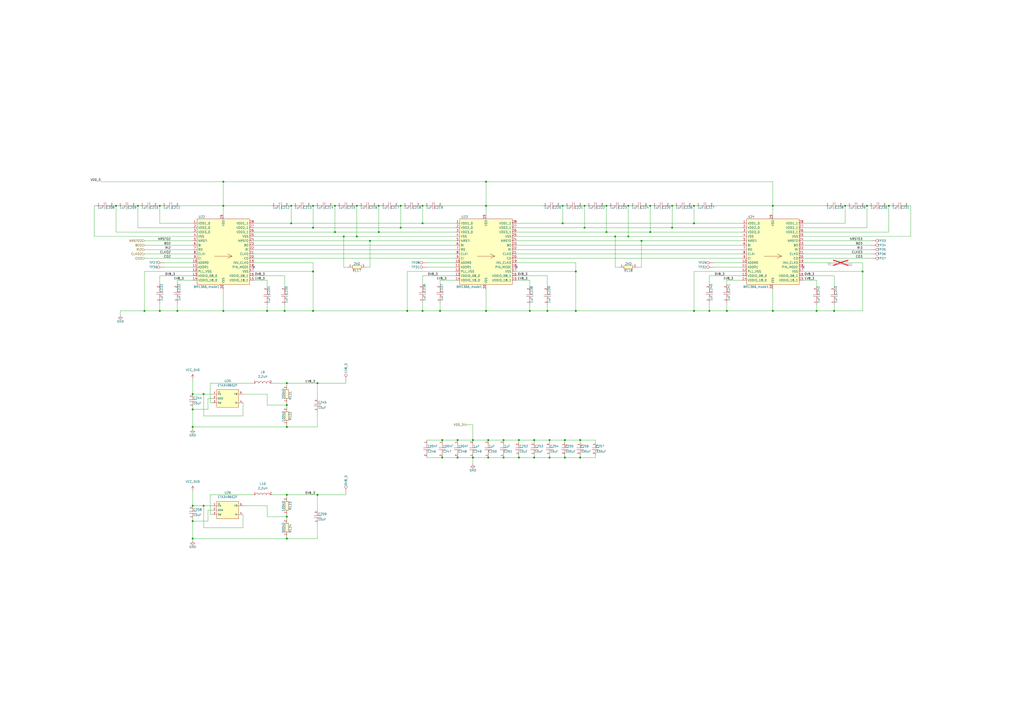
<source format=kicad_sch>
(kicad_sch (version 20250114) (generator "eeschema") (generator_version "9.0")
  (paper "A2")
  (junction (at 118.11 228.6))
  (junction (at 281.94 119.38))
  (junction (at 274.32 255.27))
  (junction (at 219.71 119.38))
  (junction (at 67.31 119.38))
  (junction (at 207.01 119.38))
  (junction (at 166.37 234.95))
  (junction (at 168.91 119.38))
  (junction (at 168.91 129.54))
  (junction (at 166.37 312.42))
  (junction (at 483.87 180.34))
  (junction (at 194.31 119.38))
  (junction (at 326.39 119.38))
  (junction (at 219.71 134.62))
  (junction (at 336.55 265.43))
  (junction (at 166.37 299.72))
  (junction (at 300.99 255.27))
  (junction (at 351.79 134.62))
  (junction (at 181.61 157.48))
  (junction (at 292.1 255.27))
  (junction (at 389.89 119.38))
  (junction (at 339.09 132.08))
  (junction (at 255.27 180.34))
  (junction (at 339.09 119.38))
  (junction (at 326.39 129.54))
  (junction (at 281.94 180.34))
  (junction (at 402.59 129.54))
  (junction (at 502.92 119.38))
  (junction (at 111.76 237.49))
  (junction (at 245.11 129.54))
  (junction (at 236.22 180.34))
  (junction (at 166.37 287.02))
  (junction (at 83.82 180.34))
  (junction (at 166.37 247.65))
  (junction (at 129.54 119.38))
  (junction (at 256.54 265.43))
  (junction (at 327.66 265.43))
  (junction (at 281.94 105.41))
  (junction (at 92.71 180.34))
  (junction (at 111.76 228.6))
  (junction (at 181.61 132.08))
  (junction (at 317.5 180.34))
  (junction (at 448.31 119.38))
  (junction (at 184.15 287.02))
  (junction (at 111.76 302.26))
  (junction (at 364.49 137.16))
  (junction (at 111.76 293.37))
  (junction (at 377.19 134.62))
  (junction (at 265.43 255.27))
  (junction (at 411.48 180.34))
  (junction (at 118.11 293.37))
  (junction (at 199.39 137.16))
  (junction (at 274.32 265.43))
  (junction (at 356.87 137.16))
  (junction (at 232.41 132.08))
  (junction (at 448.31 180.34))
  (junction (at 207.01 137.16))
  (junction (at 351.79 119.38))
  (junction (at 318.77 265.43))
  (junction (at 377.19 119.38))
  (junction (at 111.76 247.65))
  (junction (at 184.15 222.25))
  (junction (at 129.54 180.34))
  (junction (at 194.31 134.62))
  (junction (at 256.54 255.27))
  (junction (at 402.59 119.38))
  (junction (at 334.01 180.34))
  (junction (at 80.01 119.38))
  (junction (at 181.61 180.34))
  (junction (at 309.88 265.43))
  (junction (at 165.1 180.34))
  (junction (at 421.64 180.34))
  (junction (at 300.99 265.43))
  (junction (at 181.61 119.38))
  (junction (at 307.34 180.34))
  (junction (at 214.63 139.7))
  (junction (at 327.66 255.27))
  (junction (at 402.59 180.34))
  (junction (at 283.21 265.43))
  (junction (at 473.71 180.34))
  (junction (at 111.76 312.42))
  (junction (at 309.88 255.27))
  (junction (at 232.41 119.38))
  (junction (at 336.55 255.27))
  (junction (at 283.21 255.27))
  (junction (at 245.11 180.34))
  (junction (at 500.38 157.48))
  (junction (at 154.94 180.34))
  (junction (at 334.01 157.48))
  (junction (at 292.1 265.43))
  (junction (at 265.43 265.43))
  (junction (at 372.11 139.7))
  (junction (at 102.87 180.34))
  (junction (at 245.11 119.38))
  (junction (at 389.89 132.08))
  (junction (at 490.22 119.38))
  (junction (at 364.49 119.38))
  (junction (at 166.37 222.25))
  (junction (at 318.77 255.27))
  (junction (at 129.54 105.41))
  (junction (at 515.62 119.38))
  (junction (at 92.71 119.38))
  (no_connect (at 147.32 154.94))
  (no_connect (at 466.09 154.94))
  (no_connect (at 299.72 154.94))
  (wire (pts (xy 351.79 134.62) (xy 351.79 119.38)))
  (wire (pts (xy 274.32 265.43) (xy 283.21 265.43)))
  (wire (pts (xy 501.65 119.38) (xy 502.92 119.38)))
  (wire (pts (xy 166.37 222.25) (xy 166.37 223.52)))
  (wire (pts (xy 184.15 222.25) (xy 200.66 222.25)))
  (wire (pts (xy 111.76 302.26) (xy 111.76 312.42)))
  (wire (pts (xy 154.94 299.72) (xy 166.37 299.72)))
  (wire (pts (xy 111.76 247.65) (xy 111.76 248.92)))
  (wire (pts (xy 448.31 119.38) (xy 478.79 119.38)))
  (wire (pts (xy 283.21 255.27) (xy 292.1 255.27)))
  (wire (pts (xy 166.37 287.02) (xy 184.15 287.02)))
  (wire (pts (xy 58.42 105.41) (xy 129.54 105.41)))
  (wire (pts (xy 317.5 176.53) (xy 317.5 180.34)))
  (wire (pts (xy 345.44 255.27) (xy 345.44 256.54)))
  (wire (pts (xy 466.09 152.4) (xy 482.6 152.4)))
  (wire (pts (xy 317.5 160.02) (xy 299.72 160.02)))
  (wire (pts (xy 327.66 264.16) (xy 327.66 265.43)))
  (wire (pts (xy 389.89 132.08) (xy 389.89 119.38)))
  (wire (pts (xy 281.94 119.38) (xy 281.94 124.46)))
  (wire (pts (xy 184.15 287.02) (xy 200.66 287.02)))
  (wire (pts (xy 334.01 180.34) (xy 402.59 180.34)))
  (wire (pts (xy 157.48 287.02) (xy 166.37 287.02)))
  (wire (pts (xy 326.39 119.38) (xy 327.66 119.38)))
  (wire (pts (xy 120.65 302.26) (xy 111.76 302.26)))
  (wire (pts (xy 414.02 119.38) (xy 448.31 119.38)))
  (wire (pts (xy 147.32 149.86) (xy 264.16 149.86)))
  (wire (pts (xy 414.02 152.4) (xy 430.53 152.4)))
  (wire (pts (xy 120.65 231.14) (xy 120.65 237.49)))
  (wire (pts (xy 184.15 238.76) (xy 184.15 247.65)))
  (wire (pts (xy 528.32 137.16) (xy 528.32 119.38)))
  (wire (pts (xy 69.85 180.34) (xy 83.82 180.34)))
  (wire (pts (xy 83.82 144.78) (xy 111.76 144.78)))
  (wire (pts (xy 309.88 255.27) (xy 309.88 256.54)))
  (wire (pts (xy 154.94 176.53) (xy 154.94 180.34)))
  (wire (pts (xy 165.1 180.34) (xy 181.61 180.34)))
  (wire (pts (xy 339.09 132.08) (xy 389.89 132.08)))
  (wire (pts (xy 184.15 247.65) (xy 166.37 247.65)))
  (wire (pts (xy 245.11 119.38) (xy 246.38 119.38)))
  (wire (pts (xy 448.31 167.64) (xy 448.31 180.34)))
  (wire (pts (xy 194.31 119.38) (xy 195.58 119.38)))
  (wire (pts (xy 95.25 152.4) (xy 111.76 152.4)))
  (wire (pts (xy 245.11 165.1) (xy 245.11 160.02)))
  (wire (pts (xy 118.11 293.37) (xy 123.19 293.37)))
  (wire (pts (xy 68.58 119.38) (xy 67.31 119.38)))
  (wire (pts (xy 214.63 154.94) (xy 214.63 139.7)))
  (wire (pts (xy 466.09 149.86) (xy 505.46 149.86)))
  (wire (pts (xy 236.22 157.48) (xy 236.22 180.34)))
  (wire (pts (xy 140.97 228.6) (xy 154.94 228.6)))
  (wire (pts (xy 232.41 119.38) (xy 233.68 119.38)))
  (wire (pts (xy 207.01 137.16) (xy 264.16 137.16)))
  (wire (pts (xy 402.59 157.48) (xy 430.53 157.48)))
  (wire (pts (xy 147.32 137.16) (xy 199.39 137.16)))
  (wire (pts (xy 401.32 119.38) (xy 402.59 119.38)))
  (wire (pts (xy 500.38 157.48) (xy 500.38 180.34)))
  (wire (pts (xy 488.95 119.38) (xy 490.22 119.38)))
  (wire (pts (xy 95.25 154.94) (xy 111.76 154.94)))
  (wire (pts (xy 123.19 295.91) (xy 120.65 295.91)))
  (wire (pts (xy 364.49 137.16) (xy 364.49 119.38)))
  (wire (pts (xy 281.94 119.38) (xy 314.96 119.38)))
  (wire (pts (xy 129.54 180.34) (xy 102.87 180.34)))
  (wire (pts (xy 356.87 137.16) (xy 364.49 137.16)))
  (wire (pts (xy 147.32 132.08) (xy 181.61 132.08)))
  (wire (pts (xy 466.09 137.16) (xy 528.32 137.16)))
  (wire (pts (xy 207.01 119.38) (xy 205.74 119.38)))
  (wire (pts (xy 147.32 139.7) (xy 214.63 139.7)))
  (wire (pts (xy 309.88 265.43) (xy 318.77 265.43)))
  (wire (pts (xy 327.66 255.27) (xy 336.55 255.27)))
  (wire (pts (xy 502.92 119.38) (xy 504.19 119.38)))
  (wire (pts (xy 199.39 154.94) (xy 199.39 137.16)))
  (wire (pts (xy 102.87 162.56) (xy 111.76 162.56)))
  (wire (pts (xy 402.59 180.34) (xy 411.48 180.34)))
  (wire (pts (xy 317.5 180.34) (xy 307.34 180.34)))
  (wire (pts (xy 194.31 134.62) (xy 219.71 134.62)))
  (wire (pts (xy 147.32 287.02) (xy 121.92 287.02)))
  (wire (pts (xy 336.55 265.43) (xy 345.44 265.43)))
  (wire (pts (xy 111.76 247.65) (xy 166.37 247.65)))
  (wire (pts (xy 201.93 154.94) (xy 199.39 154.94)))
  (wire (pts (xy 207.01 137.16) (xy 207.01 119.38)))
  (wire (pts (xy 365.76 119.38) (xy 364.49 119.38)))
  (wire (pts (xy 147.32 152.4) (xy 181.61 152.4)))
  (wire (pts (xy 243.84 119.38) (xy 245.11 119.38)))
  (wire (pts (xy 369.57 154.94) (xy 372.11 154.94)))
  (wire (pts (xy 490.22 119.38) (xy 490.22 129.54)))
  (wire (pts (xy 181.61 132.08) (xy 232.41 132.08)))
  (wire (pts (xy 69.85 182.88) (xy 69.85 180.34)))
  (wire (pts (xy 334.01 152.4) (xy 334.01 157.48)))
  (wire (pts (xy 92.71 129.54) (xy 92.71 119.38)))
  (wire (pts (xy 181.61 132.08) (xy 181.61 119.38)))
  (wire (pts (xy 165.1 160.02) (xy 147.32 160.02)))
  (wire (pts (xy 140.97 241.3) (xy 118.11 241.3)))
  (wire (pts (xy 212.09 154.94) (xy 214.63 154.94)))
  (wire (pts (xy 300.99 255.27) (xy 309.88 255.27)))
  (wire (pts (xy 214.63 139.7) (xy 264.16 139.7)))
  (wire (pts (xy 351.79 119.38) (xy 353.06 119.38)))
  (wire (pts (xy 327.66 265.43) (xy 336.55 265.43)))
  (wire (pts (xy 118.11 293.37) (xy 118.11 306.07)))
  (wire (pts (xy 411.48 175.26) (xy 411.48 180.34)))
  (wire (pts (xy 245.11 160.02) (xy 264.16 160.02)))
  (wire (pts (xy 67.31 134.62) (xy 67.31 119.38)))
  (wire (pts (xy 411.48 160.02) (xy 430.53 160.02)))
  (wire (pts (xy 92.71 165.1) (xy 92.71 160.02)))
  (wire (pts (xy 448.31 180.34) (xy 421.64 180.34)))
  (wire (pts (xy 299.72 147.32) (xy 430.53 147.32)))
  (wire (pts (xy 111.76 312.42) (xy 111.76 313.69)))
  (wire (pts (xy 414.02 154.94) (xy 430.53 154.94)))
  (wire (pts (xy 466.09 157.48) (xy 500.38 157.48)))
  (wire (pts (xy 154.94 228.6) (xy 154.94 234.95)))
  (wire (pts (xy 292.1 265.43) (xy 300.99 265.43)))
  (wire (pts (xy 104.14 119.38) (xy 129.54 119.38)))
  (wire (pts (xy 121.92 222.25) (xy 121.92 233.68)))
  (wire (pts (xy 218.44 119.38) (xy 219.71 119.38)))
  (wire (pts (xy 165.1 176.53) (xy 165.1 180.34)))
  (wire (pts (xy 83.82 147.32) (xy 111.76 147.32)))
  (wire (pts (xy 83.82 180.34) (xy 92.71 180.34)))
  (wire (pts (xy 448.31 105.41) (xy 448.31 119.38)))
  (wire (pts (xy 350.52 119.38) (xy 351.79 119.38)))
  (wire (pts (xy 515.62 134.62) (xy 515.62 119.38)))
  (wire (pts (xy 166.37 312.42) (xy 166.37 311.15)))
  (wire (pts (xy 299.72 149.86) (xy 430.53 149.86)))
  (wire (pts (xy 80.01 119.38) (xy 78.74 119.38)))
  (wire (pts (xy 111.76 157.48) (xy 83.82 157.48)))
  (wire (pts (xy 219.71 119.38) (xy 220.98 119.38)))
  (wire (pts (xy 219.71 134.62) (xy 264.16 134.62)))
  (wire (pts (xy 299.72 157.48) (xy 334.01 157.48)))
  (wire (pts (xy 339.09 119.38) (xy 339.09 132.08)))
  (wire (pts (xy 421.64 165.1) (xy 421.64 162.56)))
  (wire (pts (xy 265.43 255.27) (xy 274.32 255.27)))
  (wire (pts (xy 473.71 180.34) (xy 448.31 180.34)))
  (wire (pts (xy 167.64 119.38) (xy 168.91 119.38)))
  (wire (pts (xy 351.79 134.62) (xy 377.19 134.62)))
  (wire (pts (xy 473.71 162.56) (xy 466.09 162.56)))
  (wire (pts (xy 334.01 180.34) (xy 317.5 180.34)))
  (wire (pts (xy 247.65 265.43) (xy 256.54 265.43)))
  (wire (pts (xy 483.87 160.02) (xy 466.09 160.02)))
  (wire (pts (xy 165.1 166.37) (xy 165.1 160.02)))
  (wire (pts (xy 166.37 233.68) (xy 166.37 234.95)))
  (wire (pts (xy 500.38 152.4) (xy 500.38 157.48)))
  (wire (pts (xy 184.15 303.53) (xy 184.15 312.42)))
  (wire (pts (xy 466.09 144.78) (xy 505.46 144.78)))
  (wire (pts (xy 147.32 134.62) (xy 194.31 134.62)))
  (wire (pts (xy 483.87 176.53) (xy 483.87 180.34)))
  (wire (pts (xy 336.55 255.27) (xy 345.44 255.27)))
  (wire (pts (xy 54.61 119.38) (xy 54.61 137.16)))
  (wire (pts (xy 184.15 312.42) (xy 166.37 312.42)))
  (wire (pts (xy 166.37 247.65) (xy 166.37 246.38)))
  (wire (pts (xy 337.82 119.38) (xy 339.09 119.38)))
  (wire (pts (xy 81.28 119.38) (xy 80.01 119.38)))
  (wire (pts (xy 181.61 157.48) (xy 181.61 180.34)))
  (wire (pts (xy 129.54 105.41) (xy 129.54 119.38)))
  (wire (pts (xy 430.53 129.54) (xy 402.59 129.54)))
  (wire (pts (xy 490.22 129.54) (xy 466.09 129.54)))
  (wire (pts (xy 102.87 180.34) (xy 92.71 180.34)))
  (wire (pts (xy 245.11 129.54) (xy 264.16 129.54)))
  (wire (pts (xy 118.11 228.6) (xy 123.19 228.6)))
  (wire (pts (xy 200.66 285.75) (xy 200.66 287.02)))
  (wire (pts (xy 154.94 162.56) (xy 147.32 162.56)))
  (wire (pts (xy 336.55 264.16) (xy 336.55 265.43)))
  (wire (pts (xy 299.72 137.16) (xy 356.87 137.16)))
  (wire (pts (xy 83.82 139.7) (xy 111.76 139.7)))
  (wire (pts (xy 147.32 129.54) (xy 168.91 129.54)))
  (wire (pts (xy 147.32 144.78) (xy 264.16 144.78)))
  (wire (pts (xy 255.27 180.34) (xy 245.11 180.34)))
  (wire (pts (xy 157.48 222.25) (xy 166.37 222.25)))
  (wire (pts (xy 102.87 165.1) (xy 102.87 162.56)))
  (wire (pts (xy 265.43 265.43) (xy 274.32 265.43)))
  (wire (pts (xy 483.87 166.37) (xy 483.87 160.02)))
  (wire (pts (xy 528.32 119.38) (xy 527.05 119.38)))
  (wire (pts (xy 247.65 255.27) (xy 256.54 255.27)))
  (wire (pts (xy 236.22 157.48) (xy 264.16 157.48)))
  (wire (pts (xy 483.87 180.34) (xy 473.71 180.34)))
  (wire (pts (xy 292.1 255.27) (xy 300.99 255.27)))
  (wire (pts (xy 154.94 234.95) (xy 166.37 234.95)))
  (wire (pts (xy 270.51 246.38) (xy 274.32 246.38)))
  (wire (pts (xy 318.77 255.27) (xy 327.66 255.27)))
  (wire (pts (xy 345.44 264.16) (xy 345.44 265.43)))
  (wire (pts (xy 166.37 234.95) (xy 166.37 236.22)))
  (wire (pts (xy 421.64 162.56) (xy 430.53 162.56)))
  (wire (pts (xy 111.76 132.08) (xy 80.01 132.08)))
  (wire (pts (xy 281.94 180.34) (xy 255.27 180.34)))
  (wire (pts (xy 274.32 269.24) (xy 274.32 265.43)))
  (wire (pts (xy 120.65 295.91) (xy 120.65 302.26)))
  (wire (pts (xy 129.54 119.38) (xy 157.48 119.38)))
  (wire (pts (xy 111.76 228.6) (xy 118.11 228.6)))
  (wire (pts (xy 430.53 134.62) (xy 377.19 134.62)))
  (wire (pts (xy 184.15 222.25) (xy 184.15 231.14)))
  (wire (pts (xy 123.19 231.14) (xy 120.65 231.14)))
  (wire (pts (xy 147.32 147.32) (xy 264.16 147.32)))
  (wire (pts (xy 473.71 176.53) (xy 473.71 180.34)))
  (wire (pts (xy 166.37 222.25) (xy 184.15 222.25)))
  (wire (pts (xy 281.94 105.41) (xy 281.94 119.38)))
  (wire (pts (xy 281.94 105.41) (xy 448.31 105.41)))
  (wire (pts (xy 309.88 255.27) (xy 318.77 255.27)))
  (wire (pts (xy 339.09 119.38) (xy 340.36 119.38)))
  (wire (pts (xy 274.32 246.38) (xy 274.32 255.27)))
  (wire (pts (xy 140.97 233.68) (xy 140.97 241.3)))
  (wire (pts (xy 231.14 119.38) (xy 232.41 119.38)))
  (wire (pts (xy 389.89 119.38) (xy 391.16 119.38)))
  (wire (pts (xy 300.99 265.43) (xy 309.88 265.43)))
  (wire (pts (xy 154.94 180.34) (xy 129.54 180.34)))
  (wire (pts (xy 166.37 287.02) (xy 166.37 288.29)))
  (wire (pts (xy 318.77 264.16) (xy 318.77 265.43)))
  (wire (pts (xy 111.76 237.49) (xy 111.76 247.65)))
  (wire (pts (xy 300.99 255.27) (xy 300.99 256.54)))
  (wire (pts (xy 245.11 175.26) (xy 245.11 180.34)))
  (wire (pts (xy 83.82 157.48) (xy 83.82 180.34)))
  (wire (pts (xy 283.21 265.43) (xy 292.1 265.43)))
  (wire (pts (xy 466.09 139.7) (xy 505.46 139.7)))
  (wire (pts (xy 307.34 166.37) (xy 307.34 162.56)))
  (wire (pts (xy 208.28 119.38) (xy 207.01 119.38)))
  (wire (pts (xy 299.72 134.62) (xy 351.79 134.62)))
  (wire (pts (xy 411.48 165.1) (xy 411.48 160.02)))
  (wire (pts (xy 515.62 119.38) (xy 516.89 119.38)))
  (wire (pts (xy 181.61 119.38) (xy 182.88 119.38)))
  (wire (pts (xy 299.72 142.24) (xy 430.53 142.24)))
  (wire (pts (xy 181.61 180.34) (xy 236.22 180.34)))
  (wire (pts (xy 307.34 176.53) (xy 307.34 180.34)))
  (wire (pts (xy 219.71 119.38) (xy 219.71 134.62)))
  (wire (pts (xy 129.54 167.64) (xy 129.54 180.34)))
  (wire (pts (xy 325.12 119.38) (xy 326.39 119.38)))
  (wire (pts (xy 492.76 152.4) (xy 500.38 152.4)))
  (wire (pts (xy 514.35 119.38) (xy 515.62 119.38)))
  (wire (pts (xy 67.31 119.38) (xy 66.04 119.38)))
  (wire (pts (xy 402.59 119.38) (xy 403.86 119.38)))
  (wire (pts (xy 402.59 129.54) (xy 402.59 119.38)))
  (wire (pts (xy 165.1 180.34) (xy 154.94 180.34)))
  (wire (pts (xy 232.41 132.08) (xy 264.16 132.08)))
  (wire (pts (xy 473.71 166.37) (xy 473.71 162.56)))
  (wire (pts (xy 377.19 119.38) (xy 378.46 119.38)))
  (wire (pts (xy 55.88 119.38) (xy 54.61 119.38)))
  (wire (pts (xy 92.71 119.38) (xy 91.44 119.38)))
  (wire (pts (xy 111.76 293.37) (xy 118.11 293.37)))
  (wire (pts (xy 193.04 119.38) (xy 194.31 119.38)))
  (wire (pts (xy 129.54 105.41) (xy 281.94 105.41)))
  (wire (pts (xy 140.97 293.37) (xy 154.94 293.37)))
  (wire (pts (xy 307.34 162.56) (xy 299.72 162.56)))
  (wire (pts (xy 245.11 119.38) (xy 245.11 129.54)))
  (wire (pts (xy 194.31 134.62) (xy 194.31 119.38)))
  (wire (pts (xy 421.64 175.26) (xy 421.64 180.34)))
  (wire (pts (xy 54.61 137.16) (xy 111.76 137.16)))
  (wire (pts (xy 300.99 264.16) (xy 300.99 265.43)))
  (wire (pts (xy 326.39 129.54) (xy 402.59 129.54)))
  (wire (pts (xy 199.39 137.16) (xy 207.01 137.16)))
  (wire (pts (xy 121.92 233.68) (xy 123.19 233.68)))
  (wire (pts (xy 181.61 152.4) (xy 181.61 157.48)))
  (wire (pts (xy 490.22 119.38) (xy 491.49 119.38)))
  (wire (pts (xy 375.92 119.38) (xy 377.19 119.38)))
  (wire (pts (xy 92.71 160.02) (xy 111.76 160.02)))
  (wire (pts (xy 336.55 255.27) (xy 336.55 256.54)))
  (wire (pts (xy 168.91 119.38) (xy 170.18 119.38)))
  (wire (pts (xy 299.72 144.78) (xy 430.53 144.78)))
  (wire (pts (xy 326.39 129.54) (xy 299.72 129.54)))
  (wire (pts (xy 111.76 134.62) (xy 67.31 134.62)))
  (wire (pts (xy 299.72 152.4) (xy 334.01 152.4)))
  (wire (pts (xy 502.92 132.08) (xy 502.92 119.38)))
  (wire (pts (xy 121.92 298.45) (xy 123.19 298.45)))
  (wire (pts (xy 111.76 284.48) (xy 111.76 293.37)))
  (wire (pts (xy 281.94 167.64) (xy 281.94 180.34)))
  (wire (pts (xy 80.01 132.08) (xy 80.01 119.38)))
  (wire (pts (xy 274.32 255.27) (xy 283.21 255.27)))
  (wire (pts (xy 466.09 132.08) (xy 502.92 132.08)))
  (wire (pts (xy 334.01 157.48) (xy 334.01 180.34)))
  (wire (pts (xy 255.27 162.56) (xy 264.16 162.56)))
  (wire (pts (xy 359.41 154.94) (xy 356.87 154.94)))
  (wire (pts (xy 111.76 312.42) (xy 166.37 312.42)))
  (wire (pts (xy 247.65 152.4) (xy 264.16 152.4)))
  (wire (pts (xy 147.32 157.48) (xy 181.61 157.48)))
  (wire (pts (xy 180.34 119.38) (xy 181.61 119.38)))
  (wire (pts (xy 299.72 139.7) (xy 372.11 139.7)))
  (wire (pts (xy 184.15 287.02) (xy 184.15 295.91)))
  (wire (pts (xy 166.37 299.72) (xy 166.37 300.99)))
  (wire (pts (xy 466.09 134.62) (xy 515.62 134.62)))
  (wire (pts (xy 140.97 298.45) (xy 140.97 306.07)))
  (wire (pts (xy 326.39 119.38) (xy 326.39 129.54)))
  (wire (pts (xy 247.65 154.94) (xy 264.16 154.94)))
  (wire (pts (xy 318.77 265.43) (xy 327.66 265.43)))
  (wire (pts (xy 154.94 166.37) (xy 154.94 162.56)))
  (wire (pts (xy 83.82 149.86) (xy 111.76 149.86)))
  (wire (pts (xy 147.32 142.24) (xy 264.16 142.24)))
  (wire (pts (xy 372.11 139.7) (xy 430.53 139.7)))
  (wire (pts (xy 327.66 255.27) (xy 327.66 256.54)))
  (wire (pts (xy 111.76 236.22) (xy 111.76 237.49)))
  (wire (pts (xy 317.5 166.37) (xy 317.5 160.02)))
  (wire (pts (xy 236.22 180.34) (xy 245.11 180.34)))
  (wire (pts (xy 255.27 175.26) (xy 255.27 180.34)))
  (wire (pts (xy 256.54 265.43) (xy 265.43 265.43)))
  (wire (pts (xy 255.27 165.1) (xy 255.27 162.56)))
  (wire (pts (xy 421.64 180.34) (xy 411.48 180.34)))
  (wire (pts (xy 430.53 137.16) (xy 364.49 137.16)))
  (wire (pts (xy 120.65 237.49) (xy 111.76 237.49)))
  (wire (pts (xy 92.71 175.26) (xy 92.71 180.34)))
  (wire (pts (xy 309.88 264.16) (xy 309.88 265.43)))
  (wire (pts (xy 111.76 219.71) (xy 111.76 228.6)))
  (wire (pts (xy 356.87 154.94) (xy 356.87 137.16)))
  (wire (pts (xy 364.49 119.38) (xy 363.22 119.38)))
  (wire (pts (xy 256.54 255.27) (xy 265.43 255.27)))
  (wire (pts (xy 140.97 306.07) (xy 118.11 306.07)))
  (wire (pts (xy 318.77 255.27) (xy 318.77 256.54)))
  (wire (pts (xy 111.76 300.99) (xy 111.76 302.26)))
  (wire (pts (xy 388.62 119.38) (xy 389.89 119.38)))
  (wire (pts (xy 466.09 147.32) (xy 505.46 147.32)))
  (wire (pts (xy 111.76 129.54) (xy 92.71 129.54)))
  (wire (pts (xy 339.09 132.08) (xy 299.72 132.08)))
  (wire (pts (xy 93.98 119.38) (xy 92.71 119.38)))
  (wire (pts (xy 402.59 157.48) (xy 402.59 180.34)))
  (wire (pts (xy 102.87 175.26) (xy 102.87 180.34)))
  (wire (pts (xy 83.82 142.24) (xy 111.76 142.24)))
  (wire (pts (xy 372.11 154.94) (xy 372.11 139.7)))
  (wire (pts (xy 118.11 228.6) (xy 118.11 241.3)))
  (wire (pts (xy 256.54 119.38) (xy 281.94 119.38)))
  (wire (pts (xy 232.41 119.38) (xy 232.41 132.08)))
  (wire (pts (xy 466.09 142.24) (xy 505.46 142.24)))
  (wire (pts (xy 121.92 287.02) (xy 121.92 298.45)))
  (wire (pts (xy 307.34 180.34) (xy 281.94 180.34)))
  (wire (pts (xy 430.53 132.08) (xy 389.89 132.08)))
  (wire (pts (xy 168.91 129.54) (xy 245.11 129.54)))
  (wire (pts (xy 166.37 298.45) (xy 166.37 299.72)))
  (wire (pts (xy 147.32 222.25) (xy 121.92 222.25)))
  (wire (pts (xy 200.66 220.98) (xy 200.66 222.25)))
  (wire (pts (xy 500.38 180.34) (xy 483.87 180.34)))
  (wire (pts (xy 168.91 129.54) (xy 168.91 119.38)))
  (wire (pts (xy 448.31 119.38) (xy 448.31 124.46)))
  (wire (pts (xy 129.54 119.38) (xy 129.54 124.46)))
  (wire (pts (xy 377.19 134.62) (xy 377.19 119.38)))
  (wire (pts (xy 154.94 293.37) (xy 154.94 299.72)))
  (label "0V8_3" (at 472.44 160.02 180))
  (label "0V8_3" (at 182.88 287.02 180))
  (label "RI3" (at 500.38 144.78 180))
  (label "CLKO2" (at 99.06 147.32 180))
  (label "RI2" (at 99.06 144.78 180))
  (label "0V8_3" (at 420.37 160.02 180))
  (label "1V8_3" (at 259.08 162.56 180))
  (label "0V8_3" (at 101.6 160.02 180))
  (label "1V8_3" (at 182.88 222.25 180))
  (label "1V8_3" (at 153.67 162.56 180))
  (label "BO2" (at 99.06 142.24 180))
  (label "0V8_3" (at 306.07 160.02 180))
  (label "1V8_3" (at 306.07 162.56 180))
  (label "BO3" (at 500.38 142.24 180))
  (label "1V8_3" (at 425.45 162.56 180))
  (label "NRSTO2" (at 99.06 139.7 180))
  (label "0V8_3" (at 254 160.02 180))
  (label "CLKO3" (at 500.38 147.32 180))
  (label "0V8_3" (at 153.67 160.02 180))
  (label "1V8_3" (at 472.44 162.56 180))
  (label "NRSTO3" (at 500.38 139.7 180))
  (label "1V8_3" (at 106.68 162.56 180))
  (label "CO2" (at 99.06 149.86 180))
  (label "VDD_3" (at 58.42 105.41 180))
  (label "CO3" (at 500.38 149.86 180))
  (hierarchical_label "BO2" (shape input) (at 83.82 142.24 180))
  (hierarchical_label "CLKO2" (shape input) (at 83.82 147.32 180))
  (hierarchical_label "CO2" (shape input) (at 83.82 149.86 180))
  (hierarchical_label "NRSTO2" (shape input) (at 83.82 139.7 180))
  (hierarchical_label "VDD_3" (shape bidirectional) (at 270.51 246.38 180))
  (hierarchical_label "RI2" (shape input) (at 83.82 144.78 180))
  (symbol (lib_id "BM1366:BM1366_mode1") (at 129.54 147.32 0) (unit 1)
    (property "Reference" "U22" (at 115.062 125.73 0) (effects (justify left)))
    (property "Value" "BM1366_mode1" (at 112.268 166.37 0) (effects (justify left)))
    (property "Footprint" "JLCPCB_lib:BM1366" (effects (hide yes)))
  )
  (symbol (lib_id "JLCPCB_lib:CL05A105KA5NQNC") (at 320.04 119.38 0) (unit 1)
    (property "Reference" "C220" (at 325.628 120.396 0) (effects (justify right)))
    (property "Value" "1uF" (at 319.278 120.396 0) (effects (justify right)))
    (property "Footprint" "JLCPCB_lib:C0402" (effects (hide yes)))
    (property "Datasheet" "https://item.szlcsc.com/15869.html" (effects (hide yes)))
    (property "LCSC" "C52923" (effects (hide yes)))
  )
  (symbol (lib_id "JLCPCB_lib:CL05A105KA5NQNC") (at 251.46 119.38 0) (unit 1)
    (property "Reference" "C219" (at 257.048 120.396 0) (effects (justify right)))
    (property "Value" "1uF" (at 250.698 120.396 0) (effects (justify right)))
    (property "Footprint" "JLCPCB_lib:C0402" (effects (hide yes)))
    (property "Datasheet" "https://item.szlcsc.com/15869.html" (effects (hide yes)))
    (property "LCSC" "C52923" (effects (hide yes)))
  )
  (symbol (lib_id "Connector:TestPoint") (at 247.65 154.94 90) (unit 1)
    (property "Reference" "TP31" (at 241.046 154.94 90))
    (property "Value" "TestPoint" (effects (hide yes)))
    (property "Footprint" "TestPoint:TestPoint_Pad_D1.0mm" (effects (hide yes)))
    (property "Description" "test point" (effects (hide yes)))
  )
  (symbol (lib_id "Connector:TestPoint") (at 505.46 142.24 270) (unit 1)
    (property "Reference" "TP34" (at 511.556 142.24 90))
    (property "Value" "TestPoint" (effects (hide yes)))
    (property "Footprint" "TestPoint:TestPoint_Pad_D1.0mm" (effects (hide yes)))
    (property "Description" "test point" (effects (hide yes)))
  )
  (symbol (lib_id "Connector:TestPoint") (at 414.02 152.4 90) (unit 1)
    (property "Reference" "TP29" (at 407.416 152.4 90))
    (property "Value" "TestPoint" (effects (hide yes)))
    (property "Footprint" "TestPoint:TestPoint_Pad_D1.0mm" (effects (hide yes)))
    (property "Description" "test point" (effects (hide yes)))
  )
  (symbol (lib_id "JLCPCB_lib:ETA3496S2F") (at 132.08 231.14 0) (unit 1)
    (property "Reference" "U25" (at 132.08 220.98 0))
    (property "Value" "ETA3496S2F" (at 132.08 223.52 0))
    (property "Footprint" "My_footprint_lib:SOT-23-5_L2.9-W1.6-P0.95-LS2.8-BR" (effects (hide yes)))
    (property "Datasheet" "https://atta.szlcsc.com/upload/public/pdf/source/20201015/C882654_F49EC15FD6A974BF40D8ED13350A683B.pdf" (effects (hide yes)))
    (property "LCSC" "C7465505" (effects (hide yes)))
  )
  (symbol (lib_id "Connector:TestPoint") (at 200.66 285.75 0) (unit 1)
    (property "Reference" "0V8_3" (at 200.66 278.638 90))
    (property "Value" "TestPoint" (effects (hide yes)))
    (property "Footprint" "TestPoint:TestPoint_Pad_D1.0mm" (effects (hide yes)))
    (property "Description" "test point" (effects (hide yes)))
  )
  (symbol (lib_id "JLCPCB_lib:CL05A105KA5NQNC") (at 274.32 260.35 90) (unit 1)
    (property "Reference" "C249" (at 274.32 261.874 90) (effects (justify right)))
    (property "Value" "1uF" (at 274.574 258.826 90) (effects (justify right)))
    (property "Footprint" "JLCPCB_lib:C0402" (effects (hide yes)))
    (property "Datasheet" "https://item.szlcsc.com/15869.html" (effects (hide yes)))
    (property "LCSC" "C52923" (effects (hide yes)))
  )
  (symbol (lib_name "CMI201209U2R2KT_2") (lib_id "JLCPCB_lib:CMI201209U2R2KT") (at 152.4 222.25 0) (unit 1)
    (property "Reference" "L9" (at 152.4 215.9 0))
    (property "Value" "2.2uH" (at 152.4 218.44 0))
    (property "Footprint" "My_footprint_lib:L0805" (effects (hide yes)))
    (property "Datasheet" "https://item.szlcsc.com/344132.html" (effects (hide yes)))
    (property "LCSC" "C1043" (effects (hide yes)))
  )
  (symbol (lib_id "JLCPCB_lib:CL05A105KA5NQNC") (at 283.21 260.35 90) (unit 1)
    (property "Reference" "C250" (at 283.21 261.874 90) (effects (justify right)))
    (property "Value" "1uF" (at 283.464 258.826 90) (effects (justify right)))
    (property "Footprint" "JLCPCB_lib:C0402" (effects (hide yes)))
    (property "Datasheet" "https://item.szlcsc.com/15869.html" (effects (hide yes)))
    (property "LCSC" "C52923" (effects (hide yes)))
  )
  (symbol (lib_id "JLCPCB_lib:CL05A106MQ5NUNC") (at 309.88 260.35 90) (unit 1)
    (property "Reference" "C253" (at 310.134 258.826 90) (effects (justify right)))
    (property "Value" "10uF" (at 310.134 261.874 90) (effects (justify right)))
    (property "Footprint" "JLCPCB_lib:C0402" (effects (hide yes)))
    (property "Datasheet" "https://item.szlcsc.com/15869.html" (effects (hide yes)))
    (property "LCSC" "C15525" (effects (hide yes)))
  )
  (symbol (lib_id "JLCPCB_lib:CL05A105KA5NQNC") (at 213.36 119.38 0) (unit 1)
    (property "Reference" "C216" (at 218.948 120.396 0) (effects (justify right)))
    (property "Value" "1uF" (at 212.598 120.396 0) (effects (justify right)))
    (property "Footprint" "JLCPCB_lib:C0402" (effects (hide yes)))
    (property "Datasheet" "https://item.szlcsc.com/15869.html" (effects (hide yes)))
    (property "LCSC" "C52923" (effects (hide yes)))
  )
  (symbol (lib_id "power:GND") (at 274.32 269.24 0) (unit 1)
    (property "Reference" "#PWR069" (effects (hide yes)))
    (property "Value" "GND" (at 274.32 272.796 0))
    (property "Description" "Power symbol creates a global label with name \"GND\" , ground" (effects (hide yes)))
  )
  (symbol (lib_id "BM1366:BM1366_mode1") (at 281.94 147.32 0) (unit 1)
    (property "Reference" "U23" (at 267.462 125.73 0) (effects (justify left)))
    (property "Value" "BM1366_mode1" (at 264.668 166.37 0) (effects (justify left)))
    (property "Footprint" "JLCPCB_lib:BM1366" (effects (hide yes)))
  )
  (symbol (lib_id "JLCPCB_lib:CL05A105KA5NQNC") (at 162.56 119.38 0) (unit 1)
    (property "Reference" "C212" (at 168.148 120.396 0) (effects (justify right)))
    (property "Value" "1uF" (at 161.798 120.396 0) (effects (justify right)))
    (property "Footprint" "JLCPCB_lib:C0402" (effects (hide yes)))
    (property "Datasheet" "https://item.szlcsc.com/15869.html" (effects (hide yes)))
    (property "LCSC" "C52923" (effects (hide yes)))
  )
  (symbol (lib_id "JLCPCB_lib:0402WGF2003TCE") (at 166.37 228.6 90) (unit 1)
    (property "Reference" "R121" (at 168.402 226.822 0) (effects (justify right)))
    (property "Value" "200kΩ" (at 164.338 225.298 0) (effects (justify right)))
    (property "Footprint" "JLCPCB_lib:R0402" (effects (hide yes)))
    (property "Datasheet" "https://item.szlcsc.com/323315.html" (effects (hide yes)))
    (property "LCSC" "C25764" (effects (hide yes)))
  )
  (symbol (lib_id "JLCPCB_lib:CL05A106MQ5NUNC") (at 111.76 232.41 90) (unit 1)
    (property "Reference" "C244" (at 112.014 230.886 90) (effects (justify right)))
    (property "Value" "10uF" (at 112.014 233.934 90) (effects (justify right)))
    (property "Footprint" "JLCPCB_lib:C0402" (effects (hide yes)))
    (property "Datasheet" "https://item.szlcsc.com/15869.html" (effects (hide yes)))
    (property "LCSC" "C15525" (effects (hide yes)))
  )
  (symbol (lib_id "power:VCC") (at 111.76 284.48 0) (unit 1)
    (property "Reference" "#PWR038" (effects (hide yes)))
    (property "Value" "VCC_5V0" (at 111.76 279.4 0))
    (property "Description" "Power symbol creates a global label with name \"VCC\"" (effects (hide yes)))
  )
  (symbol (lib_id "JLCPCB_lib:CL05A105KA5NQNC") (at 421.64 170.18 90) (unit 1)
    (property "Reference" "C241" (at 422.656 164.592 0) (effects (justify right)))
    (property "Value" "1uF" (at 422.656 170.942 0) (effects (justify right)))
    (property "Footprint" "JLCPCB_lib:C0402" (effects (hide yes)))
    (property "Datasheet" "https://item.szlcsc.com/15869.html" (effects (hide yes)))
    (property "LCSC" "C52923" (effects (hide yes)))
  )
  (symbol (lib_id "JLCPCB_lib:CL05A105KA5NQNC") (at 73.66 119.38 0) (unit 1)
    (property "Reference" "C209" (at 79.248 120.396 0) (effects (justify right)))
    (property "Value" "1uF" (at 72.898 120.396 0) (effects (justify right)))
    (property "Footprint" "JLCPCB_lib:C0402" (effects (hide yes)))
    (property "Datasheet" "https://item.szlcsc.com/15869.html" (effects (hide yes)))
    (property "LCSC" "C52923" (effects (hide yes)))
  )
  (symbol (lib_id "Connector:TestPoint") (at 200.66 220.98 0) (unit 1)
    (property "Reference" "1V8_3" (at 200.66 213.614 90))
    (property "Value" "TestPoint" (effects (hide yes)))
    (property "Footprint" "TestPoint:TestPoint_Pad_D1.0mm" (effects (hide yes)))
    (property "Description" "test point" (effects (hide yes)))
  )
  (symbol (lib_id "JLCPCB_lib:CL05A105KA5NQNC") (at 509.27 119.38 0) (unit 1)
    (property "Reference" "C230" (at 514.858 120.396 0) (effects (justify right)))
    (property "Value" "1uF" (at 508.508 120.396 0) (effects (justify right)))
    (property "Footprint" "JLCPCB_lib:C0402" (effects (hide yes)))
    (property "Datasheet" "https://item.szlcsc.com/15869.html" (effects (hide yes)))
    (property "LCSC" "C52923" (effects (hide yes)))
  )
  (symbol (lib_id "JLCPCB_lib:CL05A105KA5NQNC") (at 238.76 119.38 0) (unit 1)
    (property "Reference" "C218" (at 244.348 120.396 0) (effects (justify right)))
    (property "Value" "1uF" (at 237.998 120.396 0) (effects (justify right)))
    (property "Footprint" "JLCPCB_lib:C0402" (effects (hide yes)))
    (property "Datasheet" "https://item.szlcsc.com/15869.html" (effects (hide yes)))
    (property "LCSC" "C52923" (effects (hide yes)))
  )
  (symbol (lib_id "JLCPCB_lib:0402WGF330JTCE") (at 487.68 152.4 0) (unit 1) (dnp yes)
    (property "Reference" "R119" (at 482.6 153.416 0))
    (property "Value" "33Ω" (at 492.506 153.67 0))
    (property "Footprint" "JLCPCB_lib:R0402" (effects (hide yes)))
    (property "Datasheet" "https://item.szlcsc.com/323315.html" (effects (hide yes)))
    (property "LCSC" "C25105" (effects (hide yes)))
  )
  (symbol (lib_id "JLCPCB_lib:0402WGF3003TCE") (at 166.37 306.07 90) (unit 1)
    (property "Reference" "R124" (at 168.402 304.038 0) (effects (justify right)))
    (property "Value" "300kΩ" (at 164.338 303.022 0) (effects (justify right)))
    (property "Footprint" "JLCPCB_lib:R0402" (effects (hide yes)))
    (property "Datasheet" "https://item.szlcsc.com/323315.html" (effects (hide yes)))
    (property "LCSC" "C25774" (effects (hide yes)))
  )
  (symbol (lib_id "Connector:TestPoint") (at 505.46 149.86 270) (unit 1)
    (property "Reference" "TP37" (at 511.556 149.86 90))
    (property "Value" "TestPoint" (effects (hide yes)))
    (property "Footprint" "TestPoint:TestPoint_Pad_D1.0mm" (effects (hide yes)))
    (property "Description" "test point" (effects (hide yes)))
  )
  (symbol (lib_id "JLCPCB_lib:TAJD337K010RNJ") (at 336.55 260.35 90) (unit 1)
    (property "Reference" "C256" (at 336.55 258.826 90) (effects (justify right)))
    (property "Value" "330uF" (at 336.804 261.874 90) (effects (justify right)))
    (property "Footprint" "JLCPCB_lib:CASE-D_7343" (effects (hide yes)))
    (property "Datasheet" "https://atta.szlcsc.com/upload/public/pdf/source/20210427/369E0E2B82AAAC68C140254C20AD9476.pdf" (effects (hide yes)))
    (property "LCSC" "C7226" (effects (hide yes)))
  )
  (symbol (lib_id "JLCPCB_lib:CL05A105KA5NQNC") (at 411.48 170.18 90) (unit 1)
    (property "Reference" "C240" (at 412.496 164.592 0) (effects (justify right)))
    (property "Value" "1uF" (at 412.496 170.942 0) (effects (justify right)))
    (property "Footprint" "JLCPCB_lib:C0402" (effects (hide yes)))
    (property "Datasheet" "https://item.szlcsc.com/15869.html" (effects (hide yes)))
    (property "LCSC" "C52923" (effects (hide yes)))
  )
  (symbol (lib_id "power:VCC") (at 111.76 219.71 0) (unit 1)
    (property "Reference" "#PWR036" (effects (hide yes)))
    (property "Value" "VCC_5V0" (at 111.76 214.63 0))
    (property "Description" "Power symbol creates a global label with name \"VCC\"" (effects (hide yes)))
  )
  (symbol (lib_id "JLCPCB_lib:TAJD337K010RNJ") (at 327.66 260.35 90) (unit 1)
    (property "Reference" "C255" (at 327.66 258.826 90) (effects (justify right)))
    (property "Value" "330uF" (at 327.914 261.874 90) (effects (justify right)))
    (property "Footprint" "JLCPCB_lib:CASE-D_7343" (effects (hide yes)))
    (property "Datasheet" "https://atta.szlcsc.com/upload/public/pdf/source/20210427/369E0E2B82AAAC68C140254C20AD9476.pdf" (effects (hide yes)))
    (property "LCSC" "C7226" (effects (hide yes)))
  )
  (symbol (lib_id "Connector:TestPoint") (at 247.65 152.4 90) (unit 1)
    (property "Reference" "TP28" (at 241.046 152.4 90))
    (property "Value" "TestPoint" (effects (hide yes)))
    (property "Footprint" "TestPoint:TestPoint_Pad_D1.0mm" (effects (hide yes)))
    (property "Description" "test point" (effects (hide yes)))
  )
  (symbol (lib_id "JLCPCB_lib:CL05A105KA5NQNC") (at 187.96 119.38 0) (unit 1)
    (property "Reference" "C214" (at 193.548 120.396 0) (effects (justify right)))
    (property "Value" "1uF" (at 187.198 120.396 0) (effects (justify right)))
    (property "Footprint" "JLCPCB_lib:C0402" (effects (hide yes)))
    (property "Datasheet" "https://item.szlcsc.com/15869.html" (effects (hide yes)))
    (property "LCSC" "C52923" (effects (hide yes)))
  )
  (symbol (lib_id "JLCPCB_lib:CL05A105KA5NQNC") (at 345.44 119.38 0) (unit 1)
    (property "Reference" "C222" (at 351.028 120.396 0) (effects (justify right)))
    (property "Value" "1uF" (at 344.678 120.396 0) (effects (justify right)))
    (property "Footprint" "JLCPCB_lib:C0402" (effects (hide yes)))
    (property "Datasheet" "https://item.szlcsc.com/15869.html" (effects (hide yes)))
    (property "LCSC" "C52923" (effects (hide yes)))
  )
  (symbol (lib_id "JLCPCB_lib:CL05A105KA5NQNC") (at 383.54 119.38 0) (unit 1)
    (property "Reference" "C225" (at 389.128 120.396 0) (effects (justify right)))
    (property "Value" "1uF" (at 382.778 120.396 0) (effects (justify right)))
    (property "Footprint" "JLCPCB_lib:C0402" (effects (hide yes)))
    (property "Datasheet" "https://item.szlcsc.com/15869.html" (effects (hide yes)))
    (property "LCSC" "C52923" (effects (hide yes)))
  )
  (symbol (lib_id "JLCPCB_lib:CL05B104KB54PNC") (at 247.65 260.35 90) (mirror x) (unit 1)
    (property "Reference" "C246" (at 247.904 261.874 90) (effects (justify right)))
    (property "Value" "100nF" (at 247.904 258.826 90) (effects (justify right)))
    (property "Footprint" "JLCPCB_lib:C0402" (effects (hide yes)))
    (property "Datasheet" "https://item.szlcsc.com/15869.html" (effects (hide yes)))
    (property "LCSC" "C307331" (effects (hide yes)))
  )
  (symbol (lib_id "power:GND") (at 111.76 248.92 0) (unit 1)
    (property "Reference" "#PWR066" (effects (hide yes)))
    (property "Value" "GND" (at 111.76 252.476 0))
    (property "Description" "Power symbol creates a global label with name \"GND\" , ground" (effects (hide yes)))
  )
  (symbol (lib_id "Connector:TestPoint") (at 95.25 154.94 90) (unit 1)
    (property "Reference" "TP30" (at 88.9 154.94 90))
    (property "Value" "TestPoint" (effects (hide yes)))
    (property "Footprint" "TestPoint:TestPoint_Pad_D1.0mm" (effects (hide yes)))
    (property "Description" "test point" (effects (hide yes)))
  )
  (symbol (lib_id "JLCPCB_lib:CL05A105KA5NQNC") (at 473.71 171.45 90) (unit 1)
    (property "Reference" "C242" (at 474.726 165.862 0) (effects (justify right)))
    (property "Value" "1uF" (at 474.726 172.212 0) (effects (justify right)))
    (property "Footprint" "JLCPCB_lib:C0402" (effects (hide yes)))
    (property "Datasheet" "https://item.szlcsc.com/15869.html" (effects (hide yes)))
    (property "LCSC" "C52923" (effects (hide yes)))
  )
  (symbol (lib_id "JLCPCB_lib:CL05A105KA5NQNC") (at 307.34 171.45 90) (unit 1)
    (property "Reference" "C238" (at 308.356 165.862 0) (effects (justify right)))
    (property "Value" "1uF" (at 308.356 172.212 0) (effects (justify right)))
    (property "Footprint" "JLCPCB_lib:C0402" (effects (hide yes)))
    (property "Datasheet" "https://item.szlcsc.com/15869.html" (effects (hide yes)))
    (property "LCSC" "C52923" (effects (hide yes)))
  )
  (symbol (lib_id "JLCPCB_lib:0402WGF1003TCE") (at 166.37 293.37 90) (unit 1)
    (property "Reference" "R123" (at 168.402 293.37 0))
    (property "Value" "100kΩ" (at 164.338 293.624 0))
    (property "Footprint" "JLCPCB_lib:R0402" (effects (hide yes)))
    (property "Datasheet" "https://item.szlcsc.com/323315.html" (effects (hide yes)))
    (property "LCSC" "C25741" (effects (hide yes)))
  )
  (symbol (lib_id "JLCPCB_lib:CL05B104KB54PNC") (at 256.54 260.35 90) (mirror x) (unit 1)
    (property "Reference" "C247" (at 256.794 261.874 90) (effects (justify right)))
    (property "Value" "100nF" (at 256.794 258.826 90) (effects (justify right)))
    (property "Footprint" "JLCPCB_lib:C0402" (effects (hide yes)))
    (property "Datasheet" "https://item.szlcsc.com/15869.html" (effects (hide yes)))
    (property "LCSC" "C307331" (effects (hide yes)))
  )
  (symbol (lib_id "JLCPCB_lib:CL05A105KA5NQNC") (at 396.24 119.38 0) (unit 1)
    (property "Reference" "C226" (at 401.828 120.396 0) (effects (justify right)))
    (property "Value" "1uF" (at 395.478 120.396 0) (effects (justify right)))
    (property "Footprint" "JLCPCB_lib:C0402" (effects (hide yes)))
    (property "Datasheet" "https://item.szlcsc.com/15869.html" (effects (hide yes)))
    (property "LCSC" "C52923" (effects (hide yes)))
  )
  (symbol (lib_id "Connector:TestPoint") (at 505.46 147.32 270) (unit 1)
    (property "Reference" "TP36" (at 511.556 147.32 90))
    (property "Value" "TestPoint" (effects (hide yes)))
    (property "Footprint" "TestPoint:TestPoint_Pad_D1.0mm" (effects (hide yes)))
    (property "Description" "test point" (effects (hide yes)))
  )
  (symbol (lib_id "JLCPCB_lib:TAJD337K010RNJ") (at 345.44 260.35 90) (unit 1)
    (property "Reference" "C257" (at 345.44 258.826 90) (effects (justify right)))
    (property "Value" "330uF" (at 345.694 261.874 90) (effects (justify right)))
    (property "Footprint" "JLCPCB_lib:CASE-D_7343" (effects (hide yes)))
    (property "Datasheet" "https://atta.szlcsc.com/upload/public/pdf/source/20210427/369E0E2B82AAAC68C140254C20AD9476.pdf" (effects (hide yes)))
    (property "LCSC" "C7226" (effects (hide yes)))
  )
  (symbol (lib_id "power:GND") (at 69.85 182.88 0) (unit 1)
    (property "Reference" "#PWR058" (effects (hide yes)))
    (property "Value" "GND" (at 69.85 186.436 0))
    (property "Description" "Power symbol creates a global label with name \"GND\" , ground" (effects (hide yes)))
  )
  (symbol (lib_id "JLCPCB_lib:CL05A105KA5NQNC") (at 245.11 170.18 90) (unit 1)
    (property "Reference" "C236" (at 246.126 164.592 0) (effects (justify right)))
    (property "Value" "1uF" (at 246.126 170.942 0) (effects (justify right)))
    (property "Footprint" "JLCPCB_lib:C0402" (effects (hide yes)))
    (property "Datasheet" "https://item.szlcsc.com/15869.html" (effects (hide yes)))
    (property "LCSC" "C52923" (effects (hide yes)))
  )
  (symbol (lib_id "JLCPCB_lib:CL05A106MQ5NUNC") (at 184.15 234.95 90) (unit 1)
    (property "Reference" "C245" (at 184.404 233.426 90) (effects (justify right)))
    (property "Value" "10uF" (at 184.404 236.474 90) (effects (justify right)))
    (property "Footprint" "JLCPCB_lib:C0402" (effects (hide yes)))
    (property "Datasheet" "https://item.szlcsc.com/15869.html" (effects (hide yes)))
    (property "LCSC" "C15525" (effects (hide yes)))
  )
  (symbol (lib_id "JLCPCB_lib:CL05A105KA5NQNC") (at 200.66 119.38 0) (unit 1)
    (property "Reference" "C215" (at 206.248 120.396 0) (effects (justify right)))
    (property "Value" "1uF" (at 199.898 120.396 0) (effects (justify right)))
    (property "Footprint" "JLCPCB_lib:C0402" (effects (hide yes)))
    (property "Datasheet" "https://item.szlcsc.com/15869.html" (effects (hide yes)))
    (property "LCSC" "C52923" (effects (hide yes)))
  )
  (symbol (lib_id "JLCPCB_lib:CL05A106MQ5NUNC") (at 111.76 297.18 90) (unit 1)
    (property "Reference" "C258" (at 112.014 295.656 90) (effects (justify right)))
    (property "Value" "10uF" (at 112.014 298.704 90) (effects (justify right)))
    (property "Footprint" "JLCPCB_lib:C0402" (effects (hide yes)))
    (property "Datasheet" "https://item.szlcsc.com/15869.html" (effects (hide yes)))
    (property "LCSC" "C15525" (effects (hide yes)))
  )
  (symbol (lib_id "JLCPCB_lib:CL05B104KB54PNC") (at 265.43 260.35 90) (mirror x) (unit 1)
    (property "Reference" "C248" (at 265.684 261.874 90) (effects (justify right)))
    (property "Value" "100nF" (at 265.684 258.826 90) (effects (justify right)))
    (property "Footprint" "JLCPCB_lib:C0402" (effects (hide yes)))
    (property "Datasheet" "https://item.szlcsc.com/15869.html" (effects (hide yes)))
    (property "LCSC" "C307331" (effects (hide yes)))
  )
  (symbol (lib_id "Connector:TestPoint") (at 95.25 152.4 90) (unit 1)
    (property "Reference" "TP27" (at 88.9 152.4 90))
    (property "Value" "TestPoint" (effects (hide yes)))
    (property "Footprint" "TestPoint:TestPoint_Pad_D1.0mm" (effects (hide yes)))
    (property "Description" "test point" (effects (hide yes)))
  )
  (symbol (lib_id "JLCPCB_lib:CL05A105KA5NQNC") (at 483.87 119.38 0) (unit 1)
    (property "Reference" "C228" (at 489.458 120.396 0) (effects (justify right)))
    (property "Value" "1uF" (at 483.108 120.396 0) (effects (justify right)))
    (property "Footprint" "JLCPCB_lib:C0402" (effects (hide yes)))
    (property "Datasheet" "https://item.szlcsc.com/15869.html" (effects (hide yes)))
    (property "LCSC" "C52923" (effects (hide yes)))
  )
  (symbol (lib_id "power:GND") (at 111.76 313.69 0) (unit 1)
    (property "Reference" "#PWR068" (effects (hide yes)))
    (property "Value" "GND" (at 111.76 317.246 0))
    (property "Description" "Power symbol creates a global label with name \"GND\" , ground" (effects (hide yes)))
  )
  (symbol (lib_id "JLCPCB_lib:CL05A106MQ5NUNC") (at 318.77 260.35 90) (unit 1)
    (property "Reference" "C254" (at 319.024 258.826 90) (effects (justify right)))
    (property "Value" "10uF" (at 319.024 261.874 90) (effects (justify right)))
    (property "Footprint" "JLCPCB_lib:C0402" (effects (hide yes)))
    (property "Datasheet" "https://item.szlcsc.com/15869.html" (effects (hide yes)))
    (property "LCSC" "C15525" (effects (hide yes)))
  )
  (symbol (lib_id "JLCPCB_lib:CL05A105KA5NQNC") (at 317.5 171.45 90) (unit 1)
    (property "Reference" "C239" (at 318.516 165.862 0) (effects (justify right)))
    (property "Value" "1uF" (at 318.516 172.212 0) (effects (justify right)))
    (property "Footprint" "JLCPCB_lib:C0402" (effects (hide yes)))
    (property "Datasheet" "https://item.szlcsc.com/15869.html" (effects (hide yes)))
    (property "LCSC" "C52923" (effects (hide yes)))
  )
  (symbol (lib_name "CMI201209U2R2KT_1") (lib_id "JLCPCB_lib:CMI201209U2R2KT") (at 152.4 287.02 0) (unit 1)
    (property "Reference" "L10" (at 152.4 280.67 0))
    (property "Value" "2.2uH" (at 152.4 283.21 0))
    (property "Footprint" "My_footprint_lib:L0805" (effects (hide yes)))
    (property "Datasheet" "https://item.szlcsc.com/344132.html" (effects (hide yes)))
    (property "LCSC" "C1043" (effects (hide yes)))
  )
  (symbol (lib_id "JLCPCB_lib:CL05A105KA5NQNC") (at 99.06 119.38 0) (unit 1)
    (property "Reference" "C211" (at 104.648 120.396 0) (effects (justify right)))
    (property "Value" "1uF" (at 98.298 120.396 0) (effects (justify right)))
    (property "Footprint" "JLCPCB_lib:C0402" (effects (hide yes)))
    (property "Datasheet" "https://item.szlcsc.com/15869.html" (effects (hide yes)))
    (property "LCSC" "C52923" (effects (hide yes)))
  )
  (symbol (lib_id "JLCPCB_lib:0402WGF2001TCE") (at 364.49 154.94 0) (unit 1)
    (property "Reference" "R118" (at 364.49 156.972 0))
    (property "Value" "2kΩ" (at 364.49 152.908 0))
    (property "Footprint" "JLCPCB_lib:R0402" (effects (hide yes)))
    (property "Datasheet" "https://item.szlcsc.com/323315.html" (effects (hide yes)))
    (property "LCSC" "C4109" (effects (hide yes)))
  )
  (symbol (lib_id "JLCPCB_lib:CL05A106MQ5NUNC") (at 184.15 299.72 90) (unit 1)
    (property "Reference" "C259" (at 184.404 298.196 90) (effects (justify right)))
    (property "Value" "10uF" (at 184.404 301.244 90) (effects (justify right)))
    (property "Footprint" "JLCPCB_lib:C0402" (effects (hide yes)))
    (property "Datasheet" "https://item.szlcsc.com/15869.html" (effects (hide yes)))
    (property "LCSC" "C15525" (effects (hide yes)))
  )
  (symbol (lib_id "JLCPCB_lib:0402WGF2001TCE") (at 207.01 154.94 0) (unit 1)
    (property "Reference" "R117" (at 207.01 156.972 0))
    (property "Value" "2kΩ" (at 207.01 152.908 0))
    (property "Footprint" "JLCPCB_lib:R0402" (effects (hide yes)))
    (property "Datasheet" "https://item.szlcsc.com/323315.html" (effects (hide yes)))
    (property "LCSC" "C4109" (effects (hide yes)))
  )
  (symbol (lib_id "JLCPCB_lib:CL05A105KA5NQNC") (at 408.94 119.38 0) (unit 1)
    (property "Reference" "C227" (at 414.528 120.396 0) (effects (justify right)))
    (property "Value" "1uF" (at 408.178 120.396 0) (effects (justify right)))
    (property "Footprint" "JLCPCB_lib:C0402" (effects (hide yes)))
    (property "Datasheet" "https://item.szlcsc.com/15869.html" (effects (hide yes)))
    (property "LCSC" "C52923" (effects (hide yes)))
  )
  (symbol (lib_id "JLCPCB_lib:CL05A105KA5NQNC") (at 154.94 171.45 90) (unit 1)
    (property "Reference" "C234" (at 155.956 165.862 0) (effects (justify right)))
    (property "Value" "1uF" (at 155.956 172.212 0) (effects (justify right)))
    (property "Footprint" "JLCPCB_lib:C0402" (effects (hide yes)))
    (property "Datasheet" "https://item.szlcsc.com/15869.html" (effects (hide yes)))
    (property "LCSC" "C52923" (effects (hide yes)))
  )
  (symbol (lib_id "JLCPCB_lib:CL05A105KA5NQNC") (at 175.26 119.38 0) (unit 1)
    (property "Reference" "C213" (at 180.848 120.396 0) (effects (justify right)))
    (property "Value" "1uF" (at 174.498 120.396 0) (effects (justify right)))
    (property "Footprint" "JLCPCB_lib:C0402" (effects (hide yes)))
    (property "Datasheet" "https://item.szlcsc.com/15869.html" (effects (hide yes)))
    (property "LCSC" "C52923" (effects (hide yes)))
  )
  (symbol (lib_id "JLCPCB_lib:CL05A105KA5NQNC") (at 521.97 119.38 0) (unit 1)
    (property "Reference" "C231" (at 527.558 120.396 0) (effects (justify right)))
    (property "Value" "1uF" (at 521.208 120.396 0) (effects (justify right)))
    (property "Footprint" "JLCPCB_lib:C0402" (effects (hide yes)))
    (property "Datasheet" "https://item.szlcsc.com/15869.html" (effects (hide yes)))
    (property "LCSC" "C52923" (effects (hide yes)))
  )
  (symbol (lib_id "JLCPCB_lib:CL05A105KA5NQNC") (at 86.36 119.38 0) (unit 1)
    (property "Reference" "C210" (at 91.948 120.396 0) (effects (justify right)))
    (property "Value" "1uF" (at 85.598 120.396 0) (effects (justify right)))
    (property "Footprint" "JLCPCB_lib:C0402" (effects (hide yes)))
    (property "Datasheet" "https://item.szlcsc.com/15869.html" (effects (hide yes)))
    (property "LCSC" "C52923" (effects (hide yes)))
  )
  (symbol (lib_id "JLCPCB_lib:CL05A105KA5NQNC") (at 226.06 119.38 0) (unit 1)
    (property "Reference" "C217" (at 231.648 120.396 0) (effects (justify right)))
    (property "Value" "1uF" (at 225.298 120.396 0) (effects (justify right)))
    (property "Footprint" "JLCPCB_lib:C0402" (effects (hide yes)))
    (property "Datasheet" "https://item.szlcsc.com/15869.html" (effects (hide yes)))
    (property "LCSC" "C52923" (effects (hide yes)))
  )
  (symbol (lib_id "JLCPCB_lib:CL05A105KA5NQNC") (at 332.74 119.38 0) (unit 1)
    (property "Reference" "C221" (at 338.328 120.396 0) (effects (justify right)))
    (property "Value" "1uF" (at 331.978 120.396 0) (effects (justify right)))
    (property "Footprint" "JLCPCB_lib:C0402" (effects (hide yes)))
    (property "Datasheet" "https://item.szlcsc.com/15869.html" (effects (hide yes)))
    (property "LCSC" "C52923" (effects (hide yes)))
  )
  (symbol (lib_id "JLCPCB_lib:CL05A106MQ5NUNC") (at 300.99 260.35 90) (unit 1)
    (property "Reference" "C252" (at 301.244 258.826 90) (effects (justify right)))
    (property "Value" "10uF" (at 301.244 261.874 90) (effects (justify right)))
    (property "Footprint" "JLCPCB_lib:C0402" (effects (hide yes)))
    (property "Datasheet" "https://item.szlcsc.com/15869.html" (effects (hide yes)))
    (property "LCSC" "C15525" (effects (hide yes)))
  )
  (symbol (lib_id "JLCPCB_lib:CL05A105KA5NQNC") (at 358.14 119.38 0) (unit 1)
    (property "Reference" "C223" (at 363.728 120.396 0) (effects (justify right)))
    (property "Value" "1uF" (at 357.378 120.396 0) (effects (justify right)))
    (property "Footprint" "JLCPCB_lib:C0402" (effects (hide yes)))
    (property "Datasheet" "https://item.szlcsc.com/15869.html" (effects (hide yes)))
    (property "LCSC" "C52923" (effects (hide yes)))
  )
  (symbol (lib_id "Connector:TestPoint") (at 505.46 139.7 270) (unit 1)
    (property "Reference" "TP33" (at 511.556 139.7 90))
    (property "Value" "TestPoint" (effects (hide yes)))
    (property "Footprint" "TestPoint:TestPoint_Pad_D1.0mm" (effects (hide yes)))
    (property "Description" "test point" (effects (hide yes)))
  )
  (symbol (lib_id "JLCPCB_lib:CL05A105KA5NQNC") (at 165.1 171.45 90) (unit 1)
    (property "Reference" "C235" (at 166.116 165.862 0) (effects (justify right)))
    (property "Value" "1uF" (at 166.116 172.212 0) (effects (justify right)))
    (property "Footprint" "JLCPCB_lib:C0402" (effects (hide yes)))
    (property "Datasheet" "https://item.szlcsc.com/15869.html" (effects (hide yes)))
    (property "LCSC" "C52923" (effects (hide yes)))
  )
  (symbol (lib_id "JLCPCB_lib:0402WGF1003TCE") (at 166.37 241.3 90) (unit 1)
    (property "Reference" "R122" (at 168.402 241.3 0))
    (property "Value" "100kΩ" (at 164.338 241.554 0))
    (property "Footprint" "JLCPCB_lib:R0402" (effects (hide yes)))
    (property "Datasheet" "https://item.szlcsc.com/323315.html" (effects (hide yes)))
    (property "LCSC" "C25741" (effects (hide yes)))
  )
  (symbol (lib_id "JLCPCB_lib:CL05A105KA5NQNC") (at 255.27 170.18 90) (unit 1)
    (property "Reference" "C237" (at 256.286 164.592 0) (effects (justify right)))
    (property "Value" "1uF" (at 256.286 170.942 0) (effects (justify right)))
    (property "Footprint" "JLCPCB_lib:C0402" (effects (hide yes)))
    (property "Datasheet" "https://item.szlcsc.com/15869.html" (effects (hide yes)))
    (property "LCSC" "C52923" (effects (hide yes)))
  )
  (symbol (lib_id "Connector:TestPoint") (at 414.02 154.94 90) (unit 1)
    (property "Reference" "TP32" (at 407.416 154.94 90))
    (property "Value" "TestPoint" (effects (hide yes)))
    (property "Footprint" "TestPoint:TestPoint_Pad_D1.0mm" (effects (hide yes)))
    (property "Description" "test point" (effects (hide yes)))
  )
  (symbol (lib_id "JLCPCB_lib:CL05A105KA5NQNC") (at 102.87 170.18 90) (unit 1)
    (property "Reference" "C233" (at 103.886 164.592 0) (effects (justify right)))
    (property "Value" "1uF" (at 103.886 170.942 0) (effects (justify right)))
    (property "Footprint" "JLCPCB_lib:C0402" (effects (hide yes)))
    (property "Datasheet" "https://item.szlcsc.com/15869.html" (effects (hide yes)))
    (property "LCSC" "C52923" (effects (hide yes)))
  )
  (symbol (lib_id "JLCPCB_lib:CL05A105KA5NQNC") (at 496.57 119.38 0) (unit 1)
    (property "Reference" "C229" (at 502.158 120.396 0) (effects (justify right)))
    (property "Value" "1uF" (at 495.808 120.396 0) (effects (justify right)))
    (property "Footprint" "JLCPCB_lib:C0402" (effects (hide yes)))
    (property "Datasheet" "https://item.szlcsc.com/15869.html" (effects (hide yes)))
    (property "LCSC" "C52923" (effects (hide yes)))
  )
  (symbol (lib_id "JLCPCB_lib:CL05A105KA5NQNC") (at 483.87 171.45 90) (unit 1)
    (property "Reference" "C243" (at 484.886 165.862 0) (effects (justify right)))
    (property "Value" "1uF" (at 484.886 172.212 0) (effects (justify right)))
    (property "Footprint" "JLCPCB_lib:C0402" (effects (hide yes)))
    (property "Datasheet" "https://item.szlcsc.com/15869.html" (effects (hide yes)))
    (property "LCSC" "C52923" (effects (hide yes)))
  )
  (symbol (lib_id "JLCPCB_lib:CL05A105KA5NQNC") (at 60.96 119.38 0) (unit 1)
    (property "Reference" "C208" (at 66.548 120.396 0) (effects (justify right)))
    (property "Value" "1uF" (at 60.198 120.396 0) (effects (justify right)))
    (property "Footprint" "JLCPCB_lib:C0402" (effects (hide yes)))
    (property "Datasheet" "https://item.szlcsc.com/15869.html" (effects (hide yes)))
    (property "LCSC" "C52923" (effects (hide yes)))
  )
  (symbol (lib_id "JLCPCB_lib:ETA3496S2F") (at 132.08 295.91 0) (unit 1)
    (property "Reference" "U26" (at 132.08 285.75 0))
    (property "Value" "ETA3496S2F" (at 132.08 288.29 0))
    (property "Footprint" "My_footprint_lib:SOT-23-5_L2.9-W1.6-P0.95-LS2.8-BR" (effects (hide yes)))
    (property "Datasheet" "https://atta.szlcsc.com/upload/public/pdf/source/20201015/C882654_F49EC15FD6A974BF40D8ED13350A683B.pdf" (effects (hide yes)))
    (property "LCSC" "C7465505" (effects (hide yes)))
  )
  (symbol (lib_id "BM1366:BM1366_mode1") (at 448.31 147.32 0) (unit 1)
    (property "Reference" "U24" (at 433.832 125.73 0) (effects (justify left)))
    (property "Value" "BM1366_mode1" (at 431.038 166.37 0) (effects (justify left)))
    (property "Footprint" "JLCPCB_lib:BM1366" (effects (hide yes)))
  )
  (symbol (lib_id "JLCPCB_lib:CL05A105KA5NQNC") (at 92.71 170.18 90) (unit 1)
    (property "Reference" "C232" (at 93.726 164.592 0) (effects (justify right)))
    (property "Value" "1uF" (at 93.726 170.942 0) (effects (justify right)))
    (property "Footprint" "JLCPCB_lib:C0402" (effects (hide yes)))
    (property "Datasheet" "https://item.szlcsc.com/15869.html" (effects (hide yes)))
    (property "LCSC" "C52923" (effects (hide yes)))
  )
  (symbol (lib_id "JLCPCB_lib:CL05A105KA5NQNC") (at 370.84 119.38 0) (unit 1)
    (property "Reference" "C224" (at 376.428 120.396 0) (effects (justify right)))
    (property "Value" "1uF" (at 370.078 120.396 0) (effects (justify right)))
    (property "Footprint" "JLCPCB_lib:C0402" (effects (hide yes)))
    (property "Datasheet" "https://item.szlcsc.com/15869.html" (effects (hide yes)))
    (property "LCSC" "C52923" (effects (hide yes)))
  )
  (symbol (lib_id "Connector:TestPoint") (at 505.46 144.78 270) (unit 1)
    (property "Reference" "TP35" (at 511.556 144.78 90))
    (property "Value" "TestPoint" (effects (hide yes)))
    (property "Footprint" "TestPoint:TestPoint_Pad_D1.0mm" (effects (hide yes)))
    (property "Description" "test point" (effects (hide yes)))
  )
  (symbol (lib_id "JLCPCB_lib:CL05A105KA5NQNC") (at 292.1 260.35 90) (unit 1)
    (property "Reference" "C251" (at 292.1 261.874 90) (effects (justify right)))
    (property "Value" "1uF" (at 292.354 258.826 90) (effects (justify right)))
    (property "Footprint" "JLCPCB_lib:C0402" (effects (hide yes)))
    (property "Datasheet" "https://item.szlcsc.com/15869.html" (effects (hide yes)))
    (property "LCSC" "C52923" (effects (hide yes)))
  )
)
</source>
